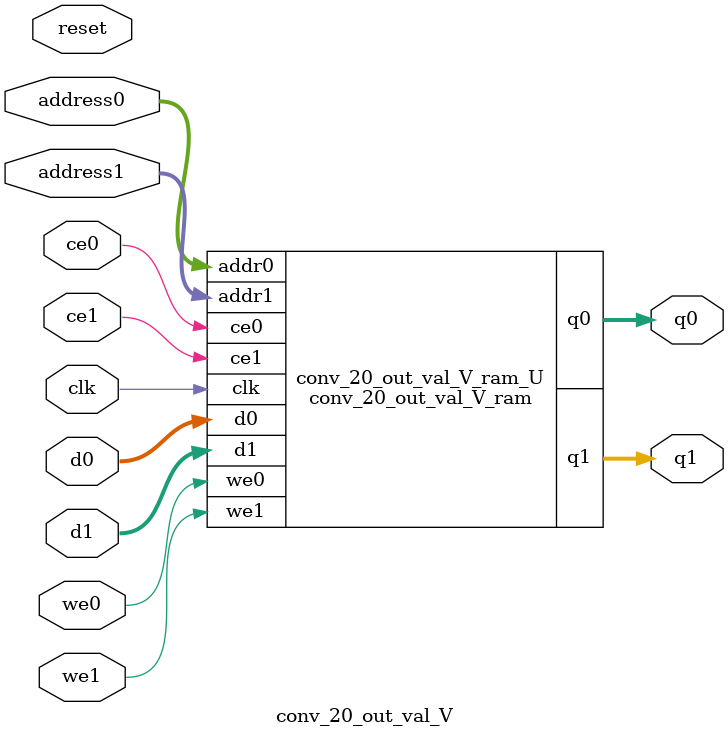
<source format=v>

`timescale 1 ns / 1 ps
module conv_20_out_val_V_ram (addr0, ce0, d0, we0, q0, addr1, ce1, d1, we1, q1,  clk);

parameter DWIDTH = 16;
parameter AWIDTH = 6;
parameter MEM_SIZE = 64;

input[AWIDTH-1:0] addr0;
input ce0;
input[DWIDTH-1:0] d0;
input we0;
output reg[DWIDTH-1:0] q0;
input[AWIDTH-1:0] addr1;
input ce1;
input[DWIDTH-1:0] d1;
input we1;
output reg[DWIDTH-1:0] q1;
input clk;

(* ram_style = "block" *)reg [DWIDTH-1:0] ram[0:MEM_SIZE-1];




always @(posedge clk)  
begin 
    if (ce0) 
    begin
        if (we0) 
        begin 
            ram[addr0] <= d0; 
            q0 <= d0;
        end 
        else 
            q0 <= ram[addr0];
    end
end


always @(posedge clk)  
begin 
    if (ce1) 
    begin
        if (we1) 
        begin 
            ram[addr1] <= d1; 
            q1 <= d1;
        end 
        else 
            q1 <= ram[addr1];
    end
end


endmodule


`timescale 1 ns / 1 ps
module conv_20_out_val_V(
    reset,
    clk,
    address0,
    ce0,
    we0,
    d0,
    q0,
    address1,
    ce1,
    we1,
    d1,
    q1);

parameter DataWidth = 32'd16;
parameter AddressRange = 32'd64;
parameter AddressWidth = 32'd6;
input reset;
input clk;
input[AddressWidth - 1:0] address0;
input ce0;
input we0;
input[DataWidth - 1:0] d0;
output[DataWidth - 1:0] q0;
input[AddressWidth - 1:0] address1;
input ce1;
input we1;
input[DataWidth - 1:0] d1;
output[DataWidth - 1:0] q1;



conv_20_out_val_V_ram conv_20_out_val_V_ram_U(
    .clk( clk ),
    .addr0( address0 ),
    .ce0( ce0 ),
    .d0( d0 ),
    .we0( we0 ),
    .q0( q0 ),
    .addr1( address1 ),
    .ce1( ce1 ),
    .d1( d1 ),
    .we1( we1 ),
    .q1( q1 ));

endmodule


</source>
